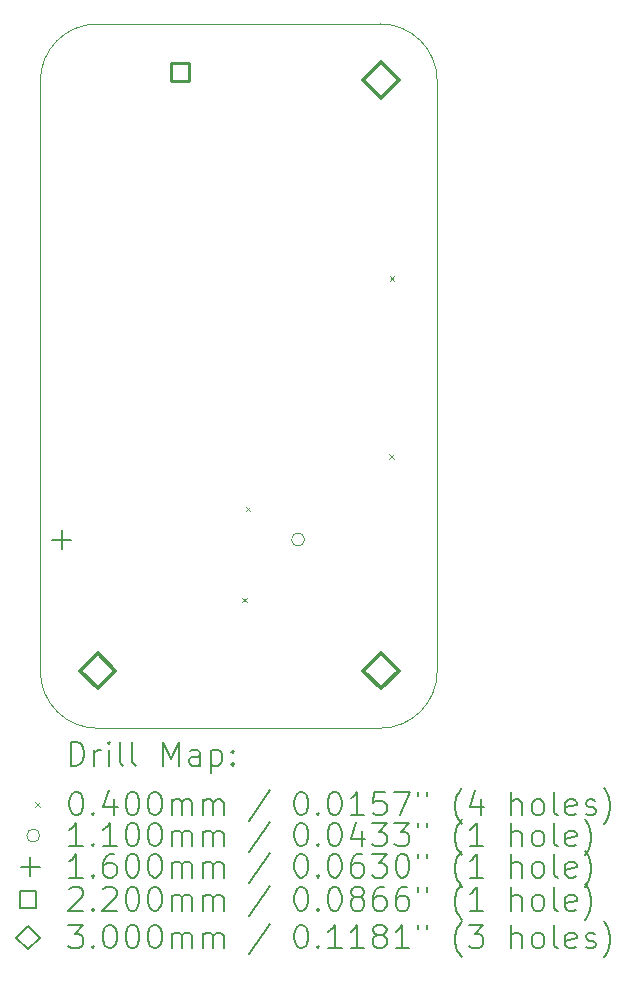
<source format=gbr>
%TF.GenerationSoftware,KiCad,Pcbnew,7.0.5-0*%
%TF.CreationDate,2023-07-31T21:43:23-04:00*%
%TF.ProjectId,carrier-arm14,63617272-6965-4722-9d61-726d31342e6b,rev?*%
%TF.SameCoordinates,Original*%
%TF.FileFunction,Drillmap*%
%TF.FilePolarity,Positive*%
%FSLAX45Y45*%
G04 Gerber Fmt 4.5, Leading zero omitted, Abs format (unit mm)*
G04 Created by KiCad (PCBNEW 7.0.5-0) date 2023-07-31 21:43:23*
%MOMM*%
%LPD*%
G01*
G04 APERTURE LIST*
%ADD10C,0.100000*%
%ADD11C,0.200000*%
%ADD12C,0.040000*%
%ADD13C,0.110000*%
%ADD14C,0.160000*%
%ADD15C,0.220000*%
%ADD16C,0.300000*%
G04 APERTURE END LIST*
D10*
X12742734Y-5299735D02*
X15137734Y-5299735D01*
X12260101Y-5782367D02*
X12260101Y-10780000D01*
X12742734Y-5299734D02*
G75*
G03*
X12260101Y-5782367I7J-482640D01*
G01*
X12260097Y-10780000D02*
G75*
G03*
X12742734Y-11262633I482633J0D01*
G01*
X15137734Y-11262636D02*
G75*
G03*
X15620366Y-10780000I-4J482636D01*
G01*
X15620366Y-10780000D02*
X15620366Y-5782367D01*
X12742734Y-11262633D02*
X15137734Y-11262633D01*
X15620365Y-5782367D02*
G75*
G03*
X15137734Y-5299735I-482635J-3D01*
G01*
D11*
D12*
X13970000Y-10157500D02*
X14010000Y-10197500D01*
X14010000Y-10157500D02*
X13970000Y-10197500D01*
X13997500Y-9387500D02*
X14037500Y-9427500D01*
X14037500Y-9387500D02*
X13997500Y-9427500D01*
X15215000Y-8940000D02*
X15255000Y-8980000D01*
X15255000Y-8940000D02*
X15215000Y-8980000D01*
X15217500Y-7437500D02*
X15257500Y-7477500D01*
X15257500Y-7437500D02*
X15217500Y-7477500D01*
D13*
X14497500Y-9665000D02*
G75*
G03*
X14497500Y-9665000I-55000J0D01*
G01*
D14*
X12442500Y-9585000D02*
X12442500Y-9745000D01*
X12362500Y-9665000D02*
X12522500Y-9665000D01*
D15*
X13522782Y-5785282D02*
X13522782Y-5629717D01*
X13367217Y-5629717D01*
X13367217Y-5785282D01*
X13522782Y-5785282D01*
D16*
X12745000Y-10925000D02*
X12895000Y-10775000D01*
X12745000Y-10625000D01*
X12595000Y-10775000D01*
X12745000Y-10925000D01*
X15145000Y-5925000D02*
X15295000Y-5775000D01*
X15145000Y-5625000D01*
X14995000Y-5775000D01*
X15145000Y-5925000D01*
X15145000Y-10925000D02*
X15295000Y-10775000D01*
X15145000Y-10625000D01*
X14995000Y-10775000D01*
X15145000Y-10925000D01*
D11*
X12515878Y-11579116D02*
X12515878Y-11379116D01*
X12515878Y-11379116D02*
X12563497Y-11379116D01*
X12563497Y-11379116D02*
X12592068Y-11388640D01*
X12592068Y-11388640D02*
X12611116Y-11407688D01*
X12611116Y-11407688D02*
X12620640Y-11426735D01*
X12620640Y-11426735D02*
X12630164Y-11464831D01*
X12630164Y-11464831D02*
X12630164Y-11493402D01*
X12630164Y-11493402D02*
X12620640Y-11531497D01*
X12620640Y-11531497D02*
X12611116Y-11550545D01*
X12611116Y-11550545D02*
X12592068Y-11569593D01*
X12592068Y-11569593D02*
X12563497Y-11579116D01*
X12563497Y-11579116D02*
X12515878Y-11579116D01*
X12715878Y-11579116D02*
X12715878Y-11445783D01*
X12715878Y-11483878D02*
X12725402Y-11464831D01*
X12725402Y-11464831D02*
X12734925Y-11455307D01*
X12734925Y-11455307D02*
X12753973Y-11445783D01*
X12753973Y-11445783D02*
X12773021Y-11445783D01*
X12839687Y-11579116D02*
X12839687Y-11445783D01*
X12839687Y-11379116D02*
X12830164Y-11388640D01*
X12830164Y-11388640D02*
X12839687Y-11398164D01*
X12839687Y-11398164D02*
X12849211Y-11388640D01*
X12849211Y-11388640D02*
X12839687Y-11379116D01*
X12839687Y-11379116D02*
X12839687Y-11398164D01*
X12963497Y-11579116D02*
X12944449Y-11569593D01*
X12944449Y-11569593D02*
X12934925Y-11550545D01*
X12934925Y-11550545D02*
X12934925Y-11379116D01*
X13068259Y-11579116D02*
X13049211Y-11569593D01*
X13049211Y-11569593D02*
X13039687Y-11550545D01*
X13039687Y-11550545D02*
X13039687Y-11379116D01*
X13296830Y-11579116D02*
X13296830Y-11379116D01*
X13296830Y-11379116D02*
X13363497Y-11521974D01*
X13363497Y-11521974D02*
X13430164Y-11379116D01*
X13430164Y-11379116D02*
X13430164Y-11579116D01*
X13611116Y-11579116D02*
X13611116Y-11474355D01*
X13611116Y-11474355D02*
X13601592Y-11455307D01*
X13601592Y-11455307D02*
X13582545Y-11445783D01*
X13582545Y-11445783D02*
X13544449Y-11445783D01*
X13544449Y-11445783D02*
X13525402Y-11455307D01*
X13611116Y-11569593D02*
X13592068Y-11579116D01*
X13592068Y-11579116D02*
X13544449Y-11579116D01*
X13544449Y-11579116D02*
X13525402Y-11569593D01*
X13525402Y-11569593D02*
X13515878Y-11550545D01*
X13515878Y-11550545D02*
X13515878Y-11531497D01*
X13515878Y-11531497D02*
X13525402Y-11512450D01*
X13525402Y-11512450D02*
X13544449Y-11502926D01*
X13544449Y-11502926D02*
X13592068Y-11502926D01*
X13592068Y-11502926D02*
X13611116Y-11493402D01*
X13706354Y-11445783D02*
X13706354Y-11645783D01*
X13706354Y-11455307D02*
X13725402Y-11445783D01*
X13725402Y-11445783D02*
X13763497Y-11445783D01*
X13763497Y-11445783D02*
X13782545Y-11455307D01*
X13782545Y-11455307D02*
X13792068Y-11464831D01*
X13792068Y-11464831D02*
X13801592Y-11483878D01*
X13801592Y-11483878D02*
X13801592Y-11541021D01*
X13801592Y-11541021D02*
X13792068Y-11560069D01*
X13792068Y-11560069D02*
X13782545Y-11569593D01*
X13782545Y-11569593D02*
X13763497Y-11579116D01*
X13763497Y-11579116D02*
X13725402Y-11579116D01*
X13725402Y-11579116D02*
X13706354Y-11569593D01*
X13887306Y-11560069D02*
X13896830Y-11569593D01*
X13896830Y-11569593D02*
X13887306Y-11579116D01*
X13887306Y-11579116D02*
X13877783Y-11569593D01*
X13877783Y-11569593D02*
X13887306Y-11560069D01*
X13887306Y-11560069D02*
X13887306Y-11579116D01*
X13887306Y-11455307D02*
X13896830Y-11464831D01*
X13896830Y-11464831D02*
X13887306Y-11474355D01*
X13887306Y-11474355D02*
X13877783Y-11464831D01*
X13877783Y-11464831D02*
X13887306Y-11455307D01*
X13887306Y-11455307D02*
X13887306Y-11474355D01*
D12*
X12215101Y-11887633D02*
X12255101Y-11927633D01*
X12255101Y-11887633D02*
X12215101Y-11927633D01*
D11*
X12553973Y-11799116D02*
X12573021Y-11799116D01*
X12573021Y-11799116D02*
X12592068Y-11808640D01*
X12592068Y-11808640D02*
X12601592Y-11818164D01*
X12601592Y-11818164D02*
X12611116Y-11837212D01*
X12611116Y-11837212D02*
X12620640Y-11875307D01*
X12620640Y-11875307D02*
X12620640Y-11922926D01*
X12620640Y-11922926D02*
X12611116Y-11961021D01*
X12611116Y-11961021D02*
X12601592Y-11980069D01*
X12601592Y-11980069D02*
X12592068Y-11989593D01*
X12592068Y-11989593D02*
X12573021Y-11999116D01*
X12573021Y-11999116D02*
X12553973Y-11999116D01*
X12553973Y-11999116D02*
X12534925Y-11989593D01*
X12534925Y-11989593D02*
X12525402Y-11980069D01*
X12525402Y-11980069D02*
X12515878Y-11961021D01*
X12515878Y-11961021D02*
X12506354Y-11922926D01*
X12506354Y-11922926D02*
X12506354Y-11875307D01*
X12506354Y-11875307D02*
X12515878Y-11837212D01*
X12515878Y-11837212D02*
X12525402Y-11818164D01*
X12525402Y-11818164D02*
X12534925Y-11808640D01*
X12534925Y-11808640D02*
X12553973Y-11799116D01*
X12706354Y-11980069D02*
X12715878Y-11989593D01*
X12715878Y-11989593D02*
X12706354Y-11999116D01*
X12706354Y-11999116D02*
X12696830Y-11989593D01*
X12696830Y-11989593D02*
X12706354Y-11980069D01*
X12706354Y-11980069D02*
X12706354Y-11999116D01*
X12887306Y-11865783D02*
X12887306Y-11999116D01*
X12839687Y-11789593D02*
X12792068Y-11932450D01*
X12792068Y-11932450D02*
X12915878Y-11932450D01*
X13030164Y-11799116D02*
X13049211Y-11799116D01*
X13049211Y-11799116D02*
X13068259Y-11808640D01*
X13068259Y-11808640D02*
X13077783Y-11818164D01*
X13077783Y-11818164D02*
X13087306Y-11837212D01*
X13087306Y-11837212D02*
X13096830Y-11875307D01*
X13096830Y-11875307D02*
X13096830Y-11922926D01*
X13096830Y-11922926D02*
X13087306Y-11961021D01*
X13087306Y-11961021D02*
X13077783Y-11980069D01*
X13077783Y-11980069D02*
X13068259Y-11989593D01*
X13068259Y-11989593D02*
X13049211Y-11999116D01*
X13049211Y-11999116D02*
X13030164Y-11999116D01*
X13030164Y-11999116D02*
X13011116Y-11989593D01*
X13011116Y-11989593D02*
X13001592Y-11980069D01*
X13001592Y-11980069D02*
X12992068Y-11961021D01*
X12992068Y-11961021D02*
X12982545Y-11922926D01*
X12982545Y-11922926D02*
X12982545Y-11875307D01*
X12982545Y-11875307D02*
X12992068Y-11837212D01*
X12992068Y-11837212D02*
X13001592Y-11818164D01*
X13001592Y-11818164D02*
X13011116Y-11808640D01*
X13011116Y-11808640D02*
X13030164Y-11799116D01*
X13220640Y-11799116D02*
X13239687Y-11799116D01*
X13239687Y-11799116D02*
X13258735Y-11808640D01*
X13258735Y-11808640D02*
X13268259Y-11818164D01*
X13268259Y-11818164D02*
X13277783Y-11837212D01*
X13277783Y-11837212D02*
X13287306Y-11875307D01*
X13287306Y-11875307D02*
X13287306Y-11922926D01*
X13287306Y-11922926D02*
X13277783Y-11961021D01*
X13277783Y-11961021D02*
X13268259Y-11980069D01*
X13268259Y-11980069D02*
X13258735Y-11989593D01*
X13258735Y-11989593D02*
X13239687Y-11999116D01*
X13239687Y-11999116D02*
X13220640Y-11999116D01*
X13220640Y-11999116D02*
X13201592Y-11989593D01*
X13201592Y-11989593D02*
X13192068Y-11980069D01*
X13192068Y-11980069D02*
X13182545Y-11961021D01*
X13182545Y-11961021D02*
X13173021Y-11922926D01*
X13173021Y-11922926D02*
X13173021Y-11875307D01*
X13173021Y-11875307D02*
X13182545Y-11837212D01*
X13182545Y-11837212D02*
X13192068Y-11818164D01*
X13192068Y-11818164D02*
X13201592Y-11808640D01*
X13201592Y-11808640D02*
X13220640Y-11799116D01*
X13373021Y-11999116D02*
X13373021Y-11865783D01*
X13373021Y-11884831D02*
X13382545Y-11875307D01*
X13382545Y-11875307D02*
X13401592Y-11865783D01*
X13401592Y-11865783D02*
X13430164Y-11865783D01*
X13430164Y-11865783D02*
X13449211Y-11875307D01*
X13449211Y-11875307D02*
X13458735Y-11894355D01*
X13458735Y-11894355D02*
X13458735Y-11999116D01*
X13458735Y-11894355D02*
X13468259Y-11875307D01*
X13468259Y-11875307D02*
X13487306Y-11865783D01*
X13487306Y-11865783D02*
X13515878Y-11865783D01*
X13515878Y-11865783D02*
X13534926Y-11875307D01*
X13534926Y-11875307D02*
X13544449Y-11894355D01*
X13544449Y-11894355D02*
X13544449Y-11999116D01*
X13639687Y-11999116D02*
X13639687Y-11865783D01*
X13639687Y-11884831D02*
X13649211Y-11875307D01*
X13649211Y-11875307D02*
X13668259Y-11865783D01*
X13668259Y-11865783D02*
X13696830Y-11865783D01*
X13696830Y-11865783D02*
X13715878Y-11875307D01*
X13715878Y-11875307D02*
X13725402Y-11894355D01*
X13725402Y-11894355D02*
X13725402Y-11999116D01*
X13725402Y-11894355D02*
X13734926Y-11875307D01*
X13734926Y-11875307D02*
X13753973Y-11865783D01*
X13753973Y-11865783D02*
X13782545Y-11865783D01*
X13782545Y-11865783D02*
X13801592Y-11875307D01*
X13801592Y-11875307D02*
X13811116Y-11894355D01*
X13811116Y-11894355D02*
X13811116Y-11999116D01*
X14201592Y-11789593D02*
X14030164Y-12046735D01*
X14458735Y-11799116D02*
X14477783Y-11799116D01*
X14477783Y-11799116D02*
X14496830Y-11808640D01*
X14496830Y-11808640D02*
X14506354Y-11818164D01*
X14506354Y-11818164D02*
X14515878Y-11837212D01*
X14515878Y-11837212D02*
X14525402Y-11875307D01*
X14525402Y-11875307D02*
X14525402Y-11922926D01*
X14525402Y-11922926D02*
X14515878Y-11961021D01*
X14515878Y-11961021D02*
X14506354Y-11980069D01*
X14506354Y-11980069D02*
X14496830Y-11989593D01*
X14496830Y-11989593D02*
X14477783Y-11999116D01*
X14477783Y-11999116D02*
X14458735Y-11999116D01*
X14458735Y-11999116D02*
X14439688Y-11989593D01*
X14439688Y-11989593D02*
X14430164Y-11980069D01*
X14430164Y-11980069D02*
X14420640Y-11961021D01*
X14420640Y-11961021D02*
X14411116Y-11922926D01*
X14411116Y-11922926D02*
X14411116Y-11875307D01*
X14411116Y-11875307D02*
X14420640Y-11837212D01*
X14420640Y-11837212D02*
X14430164Y-11818164D01*
X14430164Y-11818164D02*
X14439688Y-11808640D01*
X14439688Y-11808640D02*
X14458735Y-11799116D01*
X14611116Y-11980069D02*
X14620640Y-11989593D01*
X14620640Y-11989593D02*
X14611116Y-11999116D01*
X14611116Y-11999116D02*
X14601592Y-11989593D01*
X14601592Y-11989593D02*
X14611116Y-11980069D01*
X14611116Y-11980069D02*
X14611116Y-11999116D01*
X14744449Y-11799116D02*
X14763497Y-11799116D01*
X14763497Y-11799116D02*
X14782545Y-11808640D01*
X14782545Y-11808640D02*
X14792069Y-11818164D01*
X14792069Y-11818164D02*
X14801592Y-11837212D01*
X14801592Y-11837212D02*
X14811116Y-11875307D01*
X14811116Y-11875307D02*
X14811116Y-11922926D01*
X14811116Y-11922926D02*
X14801592Y-11961021D01*
X14801592Y-11961021D02*
X14792069Y-11980069D01*
X14792069Y-11980069D02*
X14782545Y-11989593D01*
X14782545Y-11989593D02*
X14763497Y-11999116D01*
X14763497Y-11999116D02*
X14744449Y-11999116D01*
X14744449Y-11999116D02*
X14725402Y-11989593D01*
X14725402Y-11989593D02*
X14715878Y-11980069D01*
X14715878Y-11980069D02*
X14706354Y-11961021D01*
X14706354Y-11961021D02*
X14696830Y-11922926D01*
X14696830Y-11922926D02*
X14696830Y-11875307D01*
X14696830Y-11875307D02*
X14706354Y-11837212D01*
X14706354Y-11837212D02*
X14715878Y-11818164D01*
X14715878Y-11818164D02*
X14725402Y-11808640D01*
X14725402Y-11808640D02*
X14744449Y-11799116D01*
X15001592Y-11999116D02*
X14887307Y-11999116D01*
X14944449Y-11999116D02*
X14944449Y-11799116D01*
X14944449Y-11799116D02*
X14925402Y-11827688D01*
X14925402Y-11827688D02*
X14906354Y-11846735D01*
X14906354Y-11846735D02*
X14887307Y-11856259D01*
X15182545Y-11799116D02*
X15087307Y-11799116D01*
X15087307Y-11799116D02*
X15077783Y-11894355D01*
X15077783Y-11894355D02*
X15087307Y-11884831D01*
X15087307Y-11884831D02*
X15106354Y-11875307D01*
X15106354Y-11875307D02*
X15153973Y-11875307D01*
X15153973Y-11875307D02*
X15173021Y-11884831D01*
X15173021Y-11884831D02*
X15182545Y-11894355D01*
X15182545Y-11894355D02*
X15192069Y-11913402D01*
X15192069Y-11913402D02*
X15192069Y-11961021D01*
X15192069Y-11961021D02*
X15182545Y-11980069D01*
X15182545Y-11980069D02*
X15173021Y-11989593D01*
X15173021Y-11989593D02*
X15153973Y-11999116D01*
X15153973Y-11999116D02*
X15106354Y-11999116D01*
X15106354Y-11999116D02*
X15087307Y-11989593D01*
X15087307Y-11989593D02*
X15077783Y-11980069D01*
X15258735Y-11799116D02*
X15392069Y-11799116D01*
X15392069Y-11799116D02*
X15306354Y-11999116D01*
X15458735Y-11799116D02*
X15458735Y-11837212D01*
X15534926Y-11799116D02*
X15534926Y-11837212D01*
X15830164Y-12075307D02*
X15820640Y-12065783D01*
X15820640Y-12065783D02*
X15801592Y-12037212D01*
X15801592Y-12037212D02*
X15792069Y-12018164D01*
X15792069Y-12018164D02*
X15782545Y-11989593D01*
X15782545Y-11989593D02*
X15773021Y-11941974D01*
X15773021Y-11941974D02*
X15773021Y-11903878D01*
X15773021Y-11903878D02*
X15782545Y-11856259D01*
X15782545Y-11856259D02*
X15792069Y-11827688D01*
X15792069Y-11827688D02*
X15801592Y-11808640D01*
X15801592Y-11808640D02*
X15820640Y-11780069D01*
X15820640Y-11780069D02*
X15830164Y-11770545D01*
X15992069Y-11865783D02*
X15992069Y-11999116D01*
X15944450Y-11789593D02*
X15896831Y-11932450D01*
X15896831Y-11932450D02*
X16020640Y-11932450D01*
X16249212Y-11999116D02*
X16249212Y-11799116D01*
X16334926Y-11999116D02*
X16334926Y-11894355D01*
X16334926Y-11894355D02*
X16325402Y-11875307D01*
X16325402Y-11875307D02*
X16306354Y-11865783D01*
X16306354Y-11865783D02*
X16277783Y-11865783D01*
X16277783Y-11865783D02*
X16258735Y-11875307D01*
X16258735Y-11875307D02*
X16249212Y-11884831D01*
X16458735Y-11999116D02*
X16439688Y-11989593D01*
X16439688Y-11989593D02*
X16430164Y-11980069D01*
X16430164Y-11980069D02*
X16420640Y-11961021D01*
X16420640Y-11961021D02*
X16420640Y-11903878D01*
X16420640Y-11903878D02*
X16430164Y-11884831D01*
X16430164Y-11884831D02*
X16439688Y-11875307D01*
X16439688Y-11875307D02*
X16458735Y-11865783D01*
X16458735Y-11865783D02*
X16487307Y-11865783D01*
X16487307Y-11865783D02*
X16506354Y-11875307D01*
X16506354Y-11875307D02*
X16515878Y-11884831D01*
X16515878Y-11884831D02*
X16525402Y-11903878D01*
X16525402Y-11903878D02*
X16525402Y-11961021D01*
X16525402Y-11961021D02*
X16515878Y-11980069D01*
X16515878Y-11980069D02*
X16506354Y-11989593D01*
X16506354Y-11989593D02*
X16487307Y-11999116D01*
X16487307Y-11999116D02*
X16458735Y-11999116D01*
X16639688Y-11999116D02*
X16620640Y-11989593D01*
X16620640Y-11989593D02*
X16611116Y-11970545D01*
X16611116Y-11970545D02*
X16611116Y-11799116D01*
X16792069Y-11989593D02*
X16773021Y-11999116D01*
X16773021Y-11999116D02*
X16734926Y-11999116D01*
X16734926Y-11999116D02*
X16715878Y-11989593D01*
X16715878Y-11989593D02*
X16706354Y-11970545D01*
X16706354Y-11970545D02*
X16706354Y-11894355D01*
X16706354Y-11894355D02*
X16715878Y-11875307D01*
X16715878Y-11875307D02*
X16734926Y-11865783D01*
X16734926Y-11865783D02*
X16773021Y-11865783D01*
X16773021Y-11865783D02*
X16792069Y-11875307D01*
X16792069Y-11875307D02*
X16801593Y-11894355D01*
X16801593Y-11894355D02*
X16801593Y-11913402D01*
X16801593Y-11913402D02*
X16706354Y-11932450D01*
X16877783Y-11989593D02*
X16896831Y-11999116D01*
X16896831Y-11999116D02*
X16934926Y-11999116D01*
X16934926Y-11999116D02*
X16953974Y-11989593D01*
X16953974Y-11989593D02*
X16963497Y-11970545D01*
X16963497Y-11970545D02*
X16963497Y-11961021D01*
X16963497Y-11961021D02*
X16953974Y-11941974D01*
X16953974Y-11941974D02*
X16934926Y-11932450D01*
X16934926Y-11932450D02*
X16906355Y-11932450D01*
X16906355Y-11932450D02*
X16887307Y-11922926D01*
X16887307Y-11922926D02*
X16877783Y-11903878D01*
X16877783Y-11903878D02*
X16877783Y-11894355D01*
X16877783Y-11894355D02*
X16887307Y-11875307D01*
X16887307Y-11875307D02*
X16906355Y-11865783D01*
X16906355Y-11865783D02*
X16934926Y-11865783D01*
X16934926Y-11865783D02*
X16953974Y-11875307D01*
X17030164Y-12075307D02*
X17039688Y-12065783D01*
X17039688Y-12065783D02*
X17058736Y-12037212D01*
X17058736Y-12037212D02*
X17068259Y-12018164D01*
X17068259Y-12018164D02*
X17077783Y-11989593D01*
X17077783Y-11989593D02*
X17087307Y-11941974D01*
X17087307Y-11941974D02*
X17087307Y-11903878D01*
X17087307Y-11903878D02*
X17077783Y-11856259D01*
X17077783Y-11856259D02*
X17068259Y-11827688D01*
X17068259Y-11827688D02*
X17058736Y-11808640D01*
X17058736Y-11808640D02*
X17039688Y-11780069D01*
X17039688Y-11780069D02*
X17030164Y-11770545D01*
D13*
X12255101Y-12171633D02*
G75*
G03*
X12255101Y-12171633I-55000J0D01*
G01*
D11*
X12620640Y-12263116D02*
X12506354Y-12263116D01*
X12563497Y-12263116D02*
X12563497Y-12063116D01*
X12563497Y-12063116D02*
X12544449Y-12091688D01*
X12544449Y-12091688D02*
X12525402Y-12110735D01*
X12525402Y-12110735D02*
X12506354Y-12120259D01*
X12706354Y-12244069D02*
X12715878Y-12253593D01*
X12715878Y-12253593D02*
X12706354Y-12263116D01*
X12706354Y-12263116D02*
X12696830Y-12253593D01*
X12696830Y-12253593D02*
X12706354Y-12244069D01*
X12706354Y-12244069D02*
X12706354Y-12263116D01*
X12906354Y-12263116D02*
X12792068Y-12263116D01*
X12849211Y-12263116D02*
X12849211Y-12063116D01*
X12849211Y-12063116D02*
X12830164Y-12091688D01*
X12830164Y-12091688D02*
X12811116Y-12110735D01*
X12811116Y-12110735D02*
X12792068Y-12120259D01*
X13030164Y-12063116D02*
X13049211Y-12063116D01*
X13049211Y-12063116D02*
X13068259Y-12072640D01*
X13068259Y-12072640D02*
X13077783Y-12082164D01*
X13077783Y-12082164D02*
X13087306Y-12101212D01*
X13087306Y-12101212D02*
X13096830Y-12139307D01*
X13096830Y-12139307D02*
X13096830Y-12186926D01*
X13096830Y-12186926D02*
X13087306Y-12225021D01*
X13087306Y-12225021D02*
X13077783Y-12244069D01*
X13077783Y-12244069D02*
X13068259Y-12253593D01*
X13068259Y-12253593D02*
X13049211Y-12263116D01*
X13049211Y-12263116D02*
X13030164Y-12263116D01*
X13030164Y-12263116D02*
X13011116Y-12253593D01*
X13011116Y-12253593D02*
X13001592Y-12244069D01*
X13001592Y-12244069D02*
X12992068Y-12225021D01*
X12992068Y-12225021D02*
X12982545Y-12186926D01*
X12982545Y-12186926D02*
X12982545Y-12139307D01*
X12982545Y-12139307D02*
X12992068Y-12101212D01*
X12992068Y-12101212D02*
X13001592Y-12082164D01*
X13001592Y-12082164D02*
X13011116Y-12072640D01*
X13011116Y-12072640D02*
X13030164Y-12063116D01*
X13220640Y-12063116D02*
X13239687Y-12063116D01*
X13239687Y-12063116D02*
X13258735Y-12072640D01*
X13258735Y-12072640D02*
X13268259Y-12082164D01*
X13268259Y-12082164D02*
X13277783Y-12101212D01*
X13277783Y-12101212D02*
X13287306Y-12139307D01*
X13287306Y-12139307D02*
X13287306Y-12186926D01*
X13287306Y-12186926D02*
X13277783Y-12225021D01*
X13277783Y-12225021D02*
X13268259Y-12244069D01*
X13268259Y-12244069D02*
X13258735Y-12253593D01*
X13258735Y-12253593D02*
X13239687Y-12263116D01*
X13239687Y-12263116D02*
X13220640Y-12263116D01*
X13220640Y-12263116D02*
X13201592Y-12253593D01*
X13201592Y-12253593D02*
X13192068Y-12244069D01*
X13192068Y-12244069D02*
X13182545Y-12225021D01*
X13182545Y-12225021D02*
X13173021Y-12186926D01*
X13173021Y-12186926D02*
X13173021Y-12139307D01*
X13173021Y-12139307D02*
X13182545Y-12101212D01*
X13182545Y-12101212D02*
X13192068Y-12082164D01*
X13192068Y-12082164D02*
X13201592Y-12072640D01*
X13201592Y-12072640D02*
X13220640Y-12063116D01*
X13373021Y-12263116D02*
X13373021Y-12129783D01*
X13373021Y-12148831D02*
X13382545Y-12139307D01*
X13382545Y-12139307D02*
X13401592Y-12129783D01*
X13401592Y-12129783D02*
X13430164Y-12129783D01*
X13430164Y-12129783D02*
X13449211Y-12139307D01*
X13449211Y-12139307D02*
X13458735Y-12158355D01*
X13458735Y-12158355D02*
X13458735Y-12263116D01*
X13458735Y-12158355D02*
X13468259Y-12139307D01*
X13468259Y-12139307D02*
X13487306Y-12129783D01*
X13487306Y-12129783D02*
X13515878Y-12129783D01*
X13515878Y-12129783D02*
X13534926Y-12139307D01*
X13534926Y-12139307D02*
X13544449Y-12158355D01*
X13544449Y-12158355D02*
X13544449Y-12263116D01*
X13639687Y-12263116D02*
X13639687Y-12129783D01*
X13639687Y-12148831D02*
X13649211Y-12139307D01*
X13649211Y-12139307D02*
X13668259Y-12129783D01*
X13668259Y-12129783D02*
X13696830Y-12129783D01*
X13696830Y-12129783D02*
X13715878Y-12139307D01*
X13715878Y-12139307D02*
X13725402Y-12158355D01*
X13725402Y-12158355D02*
X13725402Y-12263116D01*
X13725402Y-12158355D02*
X13734926Y-12139307D01*
X13734926Y-12139307D02*
X13753973Y-12129783D01*
X13753973Y-12129783D02*
X13782545Y-12129783D01*
X13782545Y-12129783D02*
X13801592Y-12139307D01*
X13801592Y-12139307D02*
X13811116Y-12158355D01*
X13811116Y-12158355D02*
X13811116Y-12263116D01*
X14201592Y-12053593D02*
X14030164Y-12310735D01*
X14458735Y-12063116D02*
X14477783Y-12063116D01*
X14477783Y-12063116D02*
X14496830Y-12072640D01*
X14496830Y-12072640D02*
X14506354Y-12082164D01*
X14506354Y-12082164D02*
X14515878Y-12101212D01*
X14515878Y-12101212D02*
X14525402Y-12139307D01*
X14525402Y-12139307D02*
X14525402Y-12186926D01*
X14525402Y-12186926D02*
X14515878Y-12225021D01*
X14515878Y-12225021D02*
X14506354Y-12244069D01*
X14506354Y-12244069D02*
X14496830Y-12253593D01*
X14496830Y-12253593D02*
X14477783Y-12263116D01*
X14477783Y-12263116D02*
X14458735Y-12263116D01*
X14458735Y-12263116D02*
X14439688Y-12253593D01*
X14439688Y-12253593D02*
X14430164Y-12244069D01*
X14430164Y-12244069D02*
X14420640Y-12225021D01*
X14420640Y-12225021D02*
X14411116Y-12186926D01*
X14411116Y-12186926D02*
X14411116Y-12139307D01*
X14411116Y-12139307D02*
X14420640Y-12101212D01*
X14420640Y-12101212D02*
X14430164Y-12082164D01*
X14430164Y-12082164D02*
X14439688Y-12072640D01*
X14439688Y-12072640D02*
X14458735Y-12063116D01*
X14611116Y-12244069D02*
X14620640Y-12253593D01*
X14620640Y-12253593D02*
X14611116Y-12263116D01*
X14611116Y-12263116D02*
X14601592Y-12253593D01*
X14601592Y-12253593D02*
X14611116Y-12244069D01*
X14611116Y-12244069D02*
X14611116Y-12263116D01*
X14744449Y-12063116D02*
X14763497Y-12063116D01*
X14763497Y-12063116D02*
X14782545Y-12072640D01*
X14782545Y-12072640D02*
X14792069Y-12082164D01*
X14792069Y-12082164D02*
X14801592Y-12101212D01*
X14801592Y-12101212D02*
X14811116Y-12139307D01*
X14811116Y-12139307D02*
X14811116Y-12186926D01*
X14811116Y-12186926D02*
X14801592Y-12225021D01*
X14801592Y-12225021D02*
X14792069Y-12244069D01*
X14792069Y-12244069D02*
X14782545Y-12253593D01*
X14782545Y-12253593D02*
X14763497Y-12263116D01*
X14763497Y-12263116D02*
X14744449Y-12263116D01*
X14744449Y-12263116D02*
X14725402Y-12253593D01*
X14725402Y-12253593D02*
X14715878Y-12244069D01*
X14715878Y-12244069D02*
X14706354Y-12225021D01*
X14706354Y-12225021D02*
X14696830Y-12186926D01*
X14696830Y-12186926D02*
X14696830Y-12139307D01*
X14696830Y-12139307D02*
X14706354Y-12101212D01*
X14706354Y-12101212D02*
X14715878Y-12082164D01*
X14715878Y-12082164D02*
X14725402Y-12072640D01*
X14725402Y-12072640D02*
X14744449Y-12063116D01*
X14982545Y-12129783D02*
X14982545Y-12263116D01*
X14934926Y-12053593D02*
X14887307Y-12196450D01*
X14887307Y-12196450D02*
X15011116Y-12196450D01*
X15068259Y-12063116D02*
X15192069Y-12063116D01*
X15192069Y-12063116D02*
X15125402Y-12139307D01*
X15125402Y-12139307D02*
X15153973Y-12139307D01*
X15153973Y-12139307D02*
X15173021Y-12148831D01*
X15173021Y-12148831D02*
X15182545Y-12158355D01*
X15182545Y-12158355D02*
X15192069Y-12177402D01*
X15192069Y-12177402D02*
X15192069Y-12225021D01*
X15192069Y-12225021D02*
X15182545Y-12244069D01*
X15182545Y-12244069D02*
X15173021Y-12253593D01*
X15173021Y-12253593D02*
X15153973Y-12263116D01*
X15153973Y-12263116D02*
X15096830Y-12263116D01*
X15096830Y-12263116D02*
X15077783Y-12253593D01*
X15077783Y-12253593D02*
X15068259Y-12244069D01*
X15258735Y-12063116D02*
X15382545Y-12063116D01*
X15382545Y-12063116D02*
X15315878Y-12139307D01*
X15315878Y-12139307D02*
X15344450Y-12139307D01*
X15344450Y-12139307D02*
X15363497Y-12148831D01*
X15363497Y-12148831D02*
X15373021Y-12158355D01*
X15373021Y-12158355D02*
X15382545Y-12177402D01*
X15382545Y-12177402D02*
X15382545Y-12225021D01*
X15382545Y-12225021D02*
X15373021Y-12244069D01*
X15373021Y-12244069D02*
X15363497Y-12253593D01*
X15363497Y-12253593D02*
X15344450Y-12263116D01*
X15344450Y-12263116D02*
X15287307Y-12263116D01*
X15287307Y-12263116D02*
X15268259Y-12253593D01*
X15268259Y-12253593D02*
X15258735Y-12244069D01*
X15458735Y-12063116D02*
X15458735Y-12101212D01*
X15534926Y-12063116D02*
X15534926Y-12101212D01*
X15830164Y-12339307D02*
X15820640Y-12329783D01*
X15820640Y-12329783D02*
X15801592Y-12301212D01*
X15801592Y-12301212D02*
X15792069Y-12282164D01*
X15792069Y-12282164D02*
X15782545Y-12253593D01*
X15782545Y-12253593D02*
X15773021Y-12205974D01*
X15773021Y-12205974D02*
X15773021Y-12167878D01*
X15773021Y-12167878D02*
X15782545Y-12120259D01*
X15782545Y-12120259D02*
X15792069Y-12091688D01*
X15792069Y-12091688D02*
X15801592Y-12072640D01*
X15801592Y-12072640D02*
X15820640Y-12044069D01*
X15820640Y-12044069D02*
X15830164Y-12034545D01*
X16011116Y-12263116D02*
X15896831Y-12263116D01*
X15953973Y-12263116D02*
X15953973Y-12063116D01*
X15953973Y-12063116D02*
X15934926Y-12091688D01*
X15934926Y-12091688D02*
X15915878Y-12110735D01*
X15915878Y-12110735D02*
X15896831Y-12120259D01*
X16249212Y-12263116D02*
X16249212Y-12063116D01*
X16334926Y-12263116D02*
X16334926Y-12158355D01*
X16334926Y-12158355D02*
X16325402Y-12139307D01*
X16325402Y-12139307D02*
X16306354Y-12129783D01*
X16306354Y-12129783D02*
X16277783Y-12129783D01*
X16277783Y-12129783D02*
X16258735Y-12139307D01*
X16258735Y-12139307D02*
X16249212Y-12148831D01*
X16458735Y-12263116D02*
X16439688Y-12253593D01*
X16439688Y-12253593D02*
X16430164Y-12244069D01*
X16430164Y-12244069D02*
X16420640Y-12225021D01*
X16420640Y-12225021D02*
X16420640Y-12167878D01*
X16420640Y-12167878D02*
X16430164Y-12148831D01*
X16430164Y-12148831D02*
X16439688Y-12139307D01*
X16439688Y-12139307D02*
X16458735Y-12129783D01*
X16458735Y-12129783D02*
X16487307Y-12129783D01*
X16487307Y-12129783D02*
X16506354Y-12139307D01*
X16506354Y-12139307D02*
X16515878Y-12148831D01*
X16515878Y-12148831D02*
X16525402Y-12167878D01*
X16525402Y-12167878D02*
X16525402Y-12225021D01*
X16525402Y-12225021D02*
X16515878Y-12244069D01*
X16515878Y-12244069D02*
X16506354Y-12253593D01*
X16506354Y-12253593D02*
X16487307Y-12263116D01*
X16487307Y-12263116D02*
X16458735Y-12263116D01*
X16639688Y-12263116D02*
X16620640Y-12253593D01*
X16620640Y-12253593D02*
X16611116Y-12234545D01*
X16611116Y-12234545D02*
X16611116Y-12063116D01*
X16792069Y-12253593D02*
X16773021Y-12263116D01*
X16773021Y-12263116D02*
X16734926Y-12263116D01*
X16734926Y-12263116D02*
X16715878Y-12253593D01*
X16715878Y-12253593D02*
X16706354Y-12234545D01*
X16706354Y-12234545D02*
X16706354Y-12158355D01*
X16706354Y-12158355D02*
X16715878Y-12139307D01*
X16715878Y-12139307D02*
X16734926Y-12129783D01*
X16734926Y-12129783D02*
X16773021Y-12129783D01*
X16773021Y-12129783D02*
X16792069Y-12139307D01*
X16792069Y-12139307D02*
X16801593Y-12158355D01*
X16801593Y-12158355D02*
X16801593Y-12177402D01*
X16801593Y-12177402D02*
X16706354Y-12196450D01*
X16868259Y-12339307D02*
X16877783Y-12329783D01*
X16877783Y-12329783D02*
X16896831Y-12301212D01*
X16896831Y-12301212D02*
X16906355Y-12282164D01*
X16906355Y-12282164D02*
X16915878Y-12253593D01*
X16915878Y-12253593D02*
X16925402Y-12205974D01*
X16925402Y-12205974D02*
X16925402Y-12167878D01*
X16925402Y-12167878D02*
X16915878Y-12120259D01*
X16915878Y-12120259D02*
X16906355Y-12091688D01*
X16906355Y-12091688D02*
X16896831Y-12072640D01*
X16896831Y-12072640D02*
X16877783Y-12044069D01*
X16877783Y-12044069D02*
X16868259Y-12034545D01*
D14*
X12175101Y-12355633D02*
X12175101Y-12515633D01*
X12095101Y-12435633D02*
X12255101Y-12435633D01*
D11*
X12620640Y-12527116D02*
X12506354Y-12527116D01*
X12563497Y-12527116D02*
X12563497Y-12327116D01*
X12563497Y-12327116D02*
X12544449Y-12355688D01*
X12544449Y-12355688D02*
X12525402Y-12374735D01*
X12525402Y-12374735D02*
X12506354Y-12384259D01*
X12706354Y-12508069D02*
X12715878Y-12517593D01*
X12715878Y-12517593D02*
X12706354Y-12527116D01*
X12706354Y-12527116D02*
X12696830Y-12517593D01*
X12696830Y-12517593D02*
X12706354Y-12508069D01*
X12706354Y-12508069D02*
X12706354Y-12527116D01*
X12887306Y-12327116D02*
X12849211Y-12327116D01*
X12849211Y-12327116D02*
X12830164Y-12336640D01*
X12830164Y-12336640D02*
X12820640Y-12346164D01*
X12820640Y-12346164D02*
X12801592Y-12374735D01*
X12801592Y-12374735D02*
X12792068Y-12412831D01*
X12792068Y-12412831D02*
X12792068Y-12489021D01*
X12792068Y-12489021D02*
X12801592Y-12508069D01*
X12801592Y-12508069D02*
X12811116Y-12517593D01*
X12811116Y-12517593D02*
X12830164Y-12527116D01*
X12830164Y-12527116D02*
X12868259Y-12527116D01*
X12868259Y-12527116D02*
X12887306Y-12517593D01*
X12887306Y-12517593D02*
X12896830Y-12508069D01*
X12896830Y-12508069D02*
X12906354Y-12489021D01*
X12906354Y-12489021D02*
X12906354Y-12441402D01*
X12906354Y-12441402D02*
X12896830Y-12422355D01*
X12896830Y-12422355D02*
X12887306Y-12412831D01*
X12887306Y-12412831D02*
X12868259Y-12403307D01*
X12868259Y-12403307D02*
X12830164Y-12403307D01*
X12830164Y-12403307D02*
X12811116Y-12412831D01*
X12811116Y-12412831D02*
X12801592Y-12422355D01*
X12801592Y-12422355D02*
X12792068Y-12441402D01*
X13030164Y-12327116D02*
X13049211Y-12327116D01*
X13049211Y-12327116D02*
X13068259Y-12336640D01*
X13068259Y-12336640D02*
X13077783Y-12346164D01*
X13077783Y-12346164D02*
X13087306Y-12365212D01*
X13087306Y-12365212D02*
X13096830Y-12403307D01*
X13096830Y-12403307D02*
X13096830Y-12450926D01*
X13096830Y-12450926D02*
X13087306Y-12489021D01*
X13087306Y-12489021D02*
X13077783Y-12508069D01*
X13077783Y-12508069D02*
X13068259Y-12517593D01*
X13068259Y-12517593D02*
X13049211Y-12527116D01*
X13049211Y-12527116D02*
X13030164Y-12527116D01*
X13030164Y-12527116D02*
X13011116Y-12517593D01*
X13011116Y-12517593D02*
X13001592Y-12508069D01*
X13001592Y-12508069D02*
X12992068Y-12489021D01*
X12992068Y-12489021D02*
X12982545Y-12450926D01*
X12982545Y-12450926D02*
X12982545Y-12403307D01*
X12982545Y-12403307D02*
X12992068Y-12365212D01*
X12992068Y-12365212D02*
X13001592Y-12346164D01*
X13001592Y-12346164D02*
X13011116Y-12336640D01*
X13011116Y-12336640D02*
X13030164Y-12327116D01*
X13220640Y-12327116D02*
X13239687Y-12327116D01*
X13239687Y-12327116D02*
X13258735Y-12336640D01*
X13258735Y-12336640D02*
X13268259Y-12346164D01*
X13268259Y-12346164D02*
X13277783Y-12365212D01*
X13277783Y-12365212D02*
X13287306Y-12403307D01*
X13287306Y-12403307D02*
X13287306Y-12450926D01*
X13287306Y-12450926D02*
X13277783Y-12489021D01*
X13277783Y-12489021D02*
X13268259Y-12508069D01*
X13268259Y-12508069D02*
X13258735Y-12517593D01*
X13258735Y-12517593D02*
X13239687Y-12527116D01*
X13239687Y-12527116D02*
X13220640Y-12527116D01*
X13220640Y-12527116D02*
X13201592Y-12517593D01*
X13201592Y-12517593D02*
X13192068Y-12508069D01*
X13192068Y-12508069D02*
X13182545Y-12489021D01*
X13182545Y-12489021D02*
X13173021Y-12450926D01*
X13173021Y-12450926D02*
X13173021Y-12403307D01*
X13173021Y-12403307D02*
X13182545Y-12365212D01*
X13182545Y-12365212D02*
X13192068Y-12346164D01*
X13192068Y-12346164D02*
X13201592Y-12336640D01*
X13201592Y-12336640D02*
X13220640Y-12327116D01*
X13373021Y-12527116D02*
X13373021Y-12393783D01*
X13373021Y-12412831D02*
X13382545Y-12403307D01*
X13382545Y-12403307D02*
X13401592Y-12393783D01*
X13401592Y-12393783D02*
X13430164Y-12393783D01*
X13430164Y-12393783D02*
X13449211Y-12403307D01*
X13449211Y-12403307D02*
X13458735Y-12422355D01*
X13458735Y-12422355D02*
X13458735Y-12527116D01*
X13458735Y-12422355D02*
X13468259Y-12403307D01*
X13468259Y-12403307D02*
X13487306Y-12393783D01*
X13487306Y-12393783D02*
X13515878Y-12393783D01*
X13515878Y-12393783D02*
X13534926Y-12403307D01*
X13534926Y-12403307D02*
X13544449Y-12422355D01*
X13544449Y-12422355D02*
X13544449Y-12527116D01*
X13639687Y-12527116D02*
X13639687Y-12393783D01*
X13639687Y-12412831D02*
X13649211Y-12403307D01*
X13649211Y-12403307D02*
X13668259Y-12393783D01*
X13668259Y-12393783D02*
X13696830Y-12393783D01*
X13696830Y-12393783D02*
X13715878Y-12403307D01*
X13715878Y-12403307D02*
X13725402Y-12422355D01*
X13725402Y-12422355D02*
X13725402Y-12527116D01*
X13725402Y-12422355D02*
X13734926Y-12403307D01*
X13734926Y-12403307D02*
X13753973Y-12393783D01*
X13753973Y-12393783D02*
X13782545Y-12393783D01*
X13782545Y-12393783D02*
X13801592Y-12403307D01*
X13801592Y-12403307D02*
X13811116Y-12422355D01*
X13811116Y-12422355D02*
X13811116Y-12527116D01*
X14201592Y-12317593D02*
X14030164Y-12574735D01*
X14458735Y-12327116D02*
X14477783Y-12327116D01*
X14477783Y-12327116D02*
X14496830Y-12336640D01*
X14496830Y-12336640D02*
X14506354Y-12346164D01*
X14506354Y-12346164D02*
X14515878Y-12365212D01*
X14515878Y-12365212D02*
X14525402Y-12403307D01*
X14525402Y-12403307D02*
X14525402Y-12450926D01*
X14525402Y-12450926D02*
X14515878Y-12489021D01*
X14515878Y-12489021D02*
X14506354Y-12508069D01*
X14506354Y-12508069D02*
X14496830Y-12517593D01*
X14496830Y-12517593D02*
X14477783Y-12527116D01*
X14477783Y-12527116D02*
X14458735Y-12527116D01*
X14458735Y-12527116D02*
X14439688Y-12517593D01*
X14439688Y-12517593D02*
X14430164Y-12508069D01*
X14430164Y-12508069D02*
X14420640Y-12489021D01*
X14420640Y-12489021D02*
X14411116Y-12450926D01*
X14411116Y-12450926D02*
X14411116Y-12403307D01*
X14411116Y-12403307D02*
X14420640Y-12365212D01*
X14420640Y-12365212D02*
X14430164Y-12346164D01*
X14430164Y-12346164D02*
X14439688Y-12336640D01*
X14439688Y-12336640D02*
X14458735Y-12327116D01*
X14611116Y-12508069D02*
X14620640Y-12517593D01*
X14620640Y-12517593D02*
X14611116Y-12527116D01*
X14611116Y-12527116D02*
X14601592Y-12517593D01*
X14601592Y-12517593D02*
X14611116Y-12508069D01*
X14611116Y-12508069D02*
X14611116Y-12527116D01*
X14744449Y-12327116D02*
X14763497Y-12327116D01*
X14763497Y-12327116D02*
X14782545Y-12336640D01*
X14782545Y-12336640D02*
X14792069Y-12346164D01*
X14792069Y-12346164D02*
X14801592Y-12365212D01*
X14801592Y-12365212D02*
X14811116Y-12403307D01*
X14811116Y-12403307D02*
X14811116Y-12450926D01*
X14811116Y-12450926D02*
X14801592Y-12489021D01*
X14801592Y-12489021D02*
X14792069Y-12508069D01*
X14792069Y-12508069D02*
X14782545Y-12517593D01*
X14782545Y-12517593D02*
X14763497Y-12527116D01*
X14763497Y-12527116D02*
X14744449Y-12527116D01*
X14744449Y-12527116D02*
X14725402Y-12517593D01*
X14725402Y-12517593D02*
X14715878Y-12508069D01*
X14715878Y-12508069D02*
X14706354Y-12489021D01*
X14706354Y-12489021D02*
X14696830Y-12450926D01*
X14696830Y-12450926D02*
X14696830Y-12403307D01*
X14696830Y-12403307D02*
X14706354Y-12365212D01*
X14706354Y-12365212D02*
X14715878Y-12346164D01*
X14715878Y-12346164D02*
X14725402Y-12336640D01*
X14725402Y-12336640D02*
X14744449Y-12327116D01*
X14982545Y-12327116D02*
X14944449Y-12327116D01*
X14944449Y-12327116D02*
X14925402Y-12336640D01*
X14925402Y-12336640D02*
X14915878Y-12346164D01*
X14915878Y-12346164D02*
X14896830Y-12374735D01*
X14896830Y-12374735D02*
X14887307Y-12412831D01*
X14887307Y-12412831D02*
X14887307Y-12489021D01*
X14887307Y-12489021D02*
X14896830Y-12508069D01*
X14896830Y-12508069D02*
X14906354Y-12517593D01*
X14906354Y-12517593D02*
X14925402Y-12527116D01*
X14925402Y-12527116D02*
X14963497Y-12527116D01*
X14963497Y-12527116D02*
X14982545Y-12517593D01*
X14982545Y-12517593D02*
X14992069Y-12508069D01*
X14992069Y-12508069D02*
X15001592Y-12489021D01*
X15001592Y-12489021D02*
X15001592Y-12441402D01*
X15001592Y-12441402D02*
X14992069Y-12422355D01*
X14992069Y-12422355D02*
X14982545Y-12412831D01*
X14982545Y-12412831D02*
X14963497Y-12403307D01*
X14963497Y-12403307D02*
X14925402Y-12403307D01*
X14925402Y-12403307D02*
X14906354Y-12412831D01*
X14906354Y-12412831D02*
X14896830Y-12422355D01*
X14896830Y-12422355D02*
X14887307Y-12441402D01*
X15068259Y-12327116D02*
X15192069Y-12327116D01*
X15192069Y-12327116D02*
X15125402Y-12403307D01*
X15125402Y-12403307D02*
X15153973Y-12403307D01*
X15153973Y-12403307D02*
X15173021Y-12412831D01*
X15173021Y-12412831D02*
X15182545Y-12422355D01*
X15182545Y-12422355D02*
X15192069Y-12441402D01*
X15192069Y-12441402D02*
X15192069Y-12489021D01*
X15192069Y-12489021D02*
X15182545Y-12508069D01*
X15182545Y-12508069D02*
X15173021Y-12517593D01*
X15173021Y-12517593D02*
X15153973Y-12527116D01*
X15153973Y-12527116D02*
X15096830Y-12527116D01*
X15096830Y-12527116D02*
X15077783Y-12517593D01*
X15077783Y-12517593D02*
X15068259Y-12508069D01*
X15315878Y-12327116D02*
X15334926Y-12327116D01*
X15334926Y-12327116D02*
X15353973Y-12336640D01*
X15353973Y-12336640D02*
X15363497Y-12346164D01*
X15363497Y-12346164D02*
X15373021Y-12365212D01*
X15373021Y-12365212D02*
X15382545Y-12403307D01*
X15382545Y-12403307D02*
X15382545Y-12450926D01*
X15382545Y-12450926D02*
X15373021Y-12489021D01*
X15373021Y-12489021D02*
X15363497Y-12508069D01*
X15363497Y-12508069D02*
X15353973Y-12517593D01*
X15353973Y-12517593D02*
X15334926Y-12527116D01*
X15334926Y-12527116D02*
X15315878Y-12527116D01*
X15315878Y-12527116D02*
X15296830Y-12517593D01*
X15296830Y-12517593D02*
X15287307Y-12508069D01*
X15287307Y-12508069D02*
X15277783Y-12489021D01*
X15277783Y-12489021D02*
X15268259Y-12450926D01*
X15268259Y-12450926D02*
X15268259Y-12403307D01*
X15268259Y-12403307D02*
X15277783Y-12365212D01*
X15277783Y-12365212D02*
X15287307Y-12346164D01*
X15287307Y-12346164D02*
X15296830Y-12336640D01*
X15296830Y-12336640D02*
X15315878Y-12327116D01*
X15458735Y-12327116D02*
X15458735Y-12365212D01*
X15534926Y-12327116D02*
X15534926Y-12365212D01*
X15830164Y-12603307D02*
X15820640Y-12593783D01*
X15820640Y-12593783D02*
X15801592Y-12565212D01*
X15801592Y-12565212D02*
X15792069Y-12546164D01*
X15792069Y-12546164D02*
X15782545Y-12517593D01*
X15782545Y-12517593D02*
X15773021Y-12469974D01*
X15773021Y-12469974D02*
X15773021Y-12431878D01*
X15773021Y-12431878D02*
X15782545Y-12384259D01*
X15782545Y-12384259D02*
X15792069Y-12355688D01*
X15792069Y-12355688D02*
X15801592Y-12336640D01*
X15801592Y-12336640D02*
X15820640Y-12308069D01*
X15820640Y-12308069D02*
X15830164Y-12298545D01*
X16011116Y-12527116D02*
X15896831Y-12527116D01*
X15953973Y-12527116D02*
X15953973Y-12327116D01*
X15953973Y-12327116D02*
X15934926Y-12355688D01*
X15934926Y-12355688D02*
X15915878Y-12374735D01*
X15915878Y-12374735D02*
X15896831Y-12384259D01*
X16249212Y-12527116D02*
X16249212Y-12327116D01*
X16334926Y-12527116D02*
X16334926Y-12422355D01*
X16334926Y-12422355D02*
X16325402Y-12403307D01*
X16325402Y-12403307D02*
X16306354Y-12393783D01*
X16306354Y-12393783D02*
X16277783Y-12393783D01*
X16277783Y-12393783D02*
X16258735Y-12403307D01*
X16258735Y-12403307D02*
X16249212Y-12412831D01*
X16458735Y-12527116D02*
X16439688Y-12517593D01*
X16439688Y-12517593D02*
X16430164Y-12508069D01*
X16430164Y-12508069D02*
X16420640Y-12489021D01*
X16420640Y-12489021D02*
X16420640Y-12431878D01*
X16420640Y-12431878D02*
X16430164Y-12412831D01*
X16430164Y-12412831D02*
X16439688Y-12403307D01*
X16439688Y-12403307D02*
X16458735Y-12393783D01*
X16458735Y-12393783D02*
X16487307Y-12393783D01*
X16487307Y-12393783D02*
X16506354Y-12403307D01*
X16506354Y-12403307D02*
X16515878Y-12412831D01*
X16515878Y-12412831D02*
X16525402Y-12431878D01*
X16525402Y-12431878D02*
X16525402Y-12489021D01*
X16525402Y-12489021D02*
X16515878Y-12508069D01*
X16515878Y-12508069D02*
X16506354Y-12517593D01*
X16506354Y-12517593D02*
X16487307Y-12527116D01*
X16487307Y-12527116D02*
X16458735Y-12527116D01*
X16639688Y-12527116D02*
X16620640Y-12517593D01*
X16620640Y-12517593D02*
X16611116Y-12498545D01*
X16611116Y-12498545D02*
X16611116Y-12327116D01*
X16792069Y-12517593D02*
X16773021Y-12527116D01*
X16773021Y-12527116D02*
X16734926Y-12527116D01*
X16734926Y-12527116D02*
X16715878Y-12517593D01*
X16715878Y-12517593D02*
X16706354Y-12498545D01*
X16706354Y-12498545D02*
X16706354Y-12422355D01*
X16706354Y-12422355D02*
X16715878Y-12403307D01*
X16715878Y-12403307D02*
X16734926Y-12393783D01*
X16734926Y-12393783D02*
X16773021Y-12393783D01*
X16773021Y-12393783D02*
X16792069Y-12403307D01*
X16792069Y-12403307D02*
X16801593Y-12422355D01*
X16801593Y-12422355D02*
X16801593Y-12441402D01*
X16801593Y-12441402D02*
X16706354Y-12460450D01*
X16868259Y-12603307D02*
X16877783Y-12593783D01*
X16877783Y-12593783D02*
X16896831Y-12565212D01*
X16896831Y-12565212D02*
X16906355Y-12546164D01*
X16906355Y-12546164D02*
X16915878Y-12517593D01*
X16915878Y-12517593D02*
X16925402Y-12469974D01*
X16925402Y-12469974D02*
X16925402Y-12431878D01*
X16925402Y-12431878D02*
X16915878Y-12384259D01*
X16915878Y-12384259D02*
X16906355Y-12355688D01*
X16906355Y-12355688D02*
X16896831Y-12336640D01*
X16896831Y-12336640D02*
X16877783Y-12308069D01*
X16877783Y-12308069D02*
X16868259Y-12298545D01*
X12225812Y-12786344D02*
X12225812Y-12644921D01*
X12084390Y-12644921D01*
X12084390Y-12786344D01*
X12225812Y-12786344D01*
X12506354Y-12626164D02*
X12515878Y-12616640D01*
X12515878Y-12616640D02*
X12534925Y-12607116D01*
X12534925Y-12607116D02*
X12582545Y-12607116D01*
X12582545Y-12607116D02*
X12601592Y-12616640D01*
X12601592Y-12616640D02*
X12611116Y-12626164D01*
X12611116Y-12626164D02*
X12620640Y-12645212D01*
X12620640Y-12645212D02*
X12620640Y-12664259D01*
X12620640Y-12664259D02*
X12611116Y-12692831D01*
X12611116Y-12692831D02*
X12496830Y-12807116D01*
X12496830Y-12807116D02*
X12620640Y-12807116D01*
X12706354Y-12788069D02*
X12715878Y-12797593D01*
X12715878Y-12797593D02*
X12706354Y-12807116D01*
X12706354Y-12807116D02*
X12696830Y-12797593D01*
X12696830Y-12797593D02*
X12706354Y-12788069D01*
X12706354Y-12788069D02*
X12706354Y-12807116D01*
X12792068Y-12626164D02*
X12801592Y-12616640D01*
X12801592Y-12616640D02*
X12820640Y-12607116D01*
X12820640Y-12607116D02*
X12868259Y-12607116D01*
X12868259Y-12607116D02*
X12887306Y-12616640D01*
X12887306Y-12616640D02*
X12896830Y-12626164D01*
X12896830Y-12626164D02*
X12906354Y-12645212D01*
X12906354Y-12645212D02*
X12906354Y-12664259D01*
X12906354Y-12664259D02*
X12896830Y-12692831D01*
X12896830Y-12692831D02*
X12782545Y-12807116D01*
X12782545Y-12807116D02*
X12906354Y-12807116D01*
X13030164Y-12607116D02*
X13049211Y-12607116D01*
X13049211Y-12607116D02*
X13068259Y-12616640D01*
X13068259Y-12616640D02*
X13077783Y-12626164D01*
X13077783Y-12626164D02*
X13087306Y-12645212D01*
X13087306Y-12645212D02*
X13096830Y-12683307D01*
X13096830Y-12683307D02*
X13096830Y-12730926D01*
X13096830Y-12730926D02*
X13087306Y-12769021D01*
X13087306Y-12769021D02*
X13077783Y-12788069D01*
X13077783Y-12788069D02*
X13068259Y-12797593D01*
X13068259Y-12797593D02*
X13049211Y-12807116D01*
X13049211Y-12807116D02*
X13030164Y-12807116D01*
X13030164Y-12807116D02*
X13011116Y-12797593D01*
X13011116Y-12797593D02*
X13001592Y-12788069D01*
X13001592Y-12788069D02*
X12992068Y-12769021D01*
X12992068Y-12769021D02*
X12982545Y-12730926D01*
X12982545Y-12730926D02*
X12982545Y-12683307D01*
X12982545Y-12683307D02*
X12992068Y-12645212D01*
X12992068Y-12645212D02*
X13001592Y-12626164D01*
X13001592Y-12626164D02*
X13011116Y-12616640D01*
X13011116Y-12616640D02*
X13030164Y-12607116D01*
X13220640Y-12607116D02*
X13239687Y-12607116D01*
X13239687Y-12607116D02*
X13258735Y-12616640D01*
X13258735Y-12616640D02*
X13268259Y-12626164D01*
X13268259Y-12626164D02*
X13277783Y-12645212D01*
X13277783Y-12645212D02*
X13287306Y-12683307D01*
X13287306Y-12683307D02*
X13287306Y-12730926D01*
X13287306Y-12730926D02*
X13277783Y-12769021D01*
X13277783Y-12769021D02*
X13268259Y-12788069D01*
X13268259Y-12788069D02*
X13258735Y-12797593D01*
X13258735Y-12797593D02*
X13239687Y-12807116D01*
X13239687Y-12807116D02*
X13220640Y-12807116D01*
X13220640Y-12807116D02*
X13201592Y-12797593D01*
X13201592Y-12797593D02*
X13192068Y-12788069D01*
X13192068Y-12788069D02*
X13182545Y-12769021D01*
X13182545Y-12769021D02*
X13173021Y-12730926D01*
X13173021Y-12730926D02*
X13173021Y-12683307D01*
X13173021Y-12683307D02*
X13182545Y-12645212D01*
X13182545Y-12645212D02*
X13192068Y-12626164D01*
X13192068Y-12626164D02*
X13201592Y-12616640D01*
X13201592Y-12616640D02*
X13220640Y-12607116D01*
X13373021Y-12807116D02*
X13373021Y-12673783D01*
X13373021Y-12692831D02*
X13382545Y-12683307D01*
X13382545Y-12683307D02*
X13401592Y-12673783D01*
X13401592Y-12673783D02*
X13430164Y-12673783D01*
X13430164Y-12673783D02*
X13449211Y-12683307D01*
X13449211Y-12683307D02*
X13458735Y-12702355D01*
X13458735Y-12702355D02*
X13458735Y-12807116D01*
X13458735Y-12702355D02*
X13468259Y-12683307D01*
X13468259Y-12683307D02*
X13487306Y-12673783D01*
X13487306Y-12673783D02*
X13515878Y-12673783D01*
X13515878Y-12673783D02*
X13534926Y-12683307D01*
X13534926Y-12683307D02*
X13544449Y-12702355D01*
X13544449Y-12702355D02*
X13544449Y-12807116D01*
X13639687Y-12807116D02*
X13639687Y-12673783D01*
X13639687Y-12692831D02*
X13649211Y-12683307D01*
X13649211Y-12683307D02*
X13668259Y-12673783D01*
X13668259Y-12673783D02*
X13696830Y-12673783D01*
X13696830Y-12673783D02*
X13715878Y-12683307D01*
X13715878Y-12683307D02*
X13725402Y-12702355D01*
X13725402Y-12702355D02*
X13725402Y-12807116D01*
X13725402Y-12702355D02*
X13734926Y-12683307D01*
X13734926Y-12683307D02*
X13753973Y-12673783D01*
X13753973Y-12673783D02*
X13782545Y-12673783D01*
X13782545Y-12673783D02*
X13801592Y-12683307D01*
X13801592Y-12683307D02*
X13811116Y-12702355D01*
X13811116Y-12702355D02*
X13811116Y-12807116D01*
X14201592Y-12597593D02*
X14030164Y-12854735D01*
X14458735Y-12607116D02*
X14477783Y-12607116D01*
X14477783Y-12607116D02*
X14496830Y-12616640D01*
X14496830Y-12616640D02*
X14506354Y-12626164D01*
X14506354Y-12626164D02*
X14515878Y-12645212D01*
X14515878Y-12645212D02*
X14525402Y-12683307D01*
X14525402Y-12683307D02*
X14525402Y-12730926D01*
X14525402Y-12730926D02*
X14515878Y-12769021D01*
X14515878Y-12769021D02*
X14506354Y-12788069D01*
X14506354Y-12788069D02*
X14496830Y-12797593D01*
X14496830Y-12797593D02*
X14477783Y-12807116D01*
X14477783Y-12807116D02*
X14458735Y-12807116D01*
X14458735Y-12807116D02*
X14439688Y-12797593D01*
X14439688Y-12797593D02*
X14430164Y-12788069D01*
X14430164Y-12788069D02*
X14420640Y-12769021D01*
X14420640Y-12769021D02*
X14411116Y-12730926D01*
X14411116Y-12730926D02*
X14411116Y-12683307D01*
X14411116Y-12683307D02*
X14420640Y-12645212D01*
X14420640Y-12645212D02*
X14430164Y-12626164D01*
X14430164Y-12626164D02*
X14439688Y-12616640D01*
X14439688Y-12616640D02*
X14458735Y-12607116D01*
X14611116Y-12788069D02*
X14620640Y-12797593D01*
X14620640Y-12797593D02*
X14611116Y-12807116D01*
X14611116Y-12807116D02*
X14601592Y-12797593D01*
X14601592Y-12797593D02*
X14611116Y-12788069D01*
X14611116Y-12788069D02*
X14611116Y-12807116D01*
X14744449Y-12607116D02*
X14763497Y-12607116D01*
X14763497Y-12607116D02*
X14782545Y-12616640D01*
X14782545Y-12616640D02*
X14792069Y-12626164D01*
X14792069Y-12626164D02*
X14801592Y-12645212D01*
X14801592Y-12645212D02*
X14811116Y-12683307D01*
X14811116Y-12683307D02*
X14811116Y-12730926D01*
X14811116Y-12730926D02*
X14801592Y-12769021D01*
X14801592Y-12769021D02*
X14792069Y-12788069D01*
X14792069Y-12788069D02*
X14782545Y-12797593D01*
X14782545Y-12797593D02*
X14763497Y-12807116D01*
X14763497Y-12807116D02*
X14744449Y-12807116D01*
X14744449Y-12807116D02*
X14725402Y-12797593D01*
X14725402Y-12797593D02*
X14715878Y-12788069D01*
X14715878Y-12788069D02*
X14706354Y-12769021D01*
X14706354Y-12769021D02*
X14696830Y-12730926D01*
X14696830Y-12730926D02*
X14696830Y-12683307D01*
X14696830Y-12683307D02*
X14706354Y-12645212D01*
X14706354Y-12645212D02*
X14715878Y-12626164D01*
X14715878Y-12626164D02*
X14725402Y-12616640D01*
X14725402Y-12616640D02*
X14744449Y-12607116D01*
X14925402Y-12692831D02*
X14906354Y-12683307D01*
X14906354Y-12683307D02*
X14896830Y-12673783D01*
X14896830Y-12673783D02*
X14887307Y-12654735D01*
X14887307Y-12654735D02*
X14887307Y-12645212D01*
X14887307Y-12645212D02*
X14896830Y-12626164D01*
X14896830Y-12626164D02*
X14906354Y-12616640D01*
X14906354Y-12616640D02*
X14925402Y-12607116D01*
X14925402Y-12607116D02*
X14963497Y-12607116D01*
X14963497Y-12607116D02*
X14982545Y-12616640D01*
X14982545Y-12616640D02*
X14992069Y-12626164D01*
X14992069Y-12626164D02*
X15001592Y-12645212D01*
X15001592Y-12645212D02*
X15001592Y-12654735D01*
X15001592Y-12654735D02*
X14992069Y-12673783D01*
X14992069Y-12673783D02*
X14982545Y-12683307D01*
X14982545Y-12683307D02*
X14963497Y-12692831D01*
X14963497Y-12692831D02*
X14925402Y-12692831D01*
X14925402Y-12692831D02*
X14906354Y-12702355D01*
X14906354Y-12702355D02*
X14896830Y-12711878D01*
X14896830Y-12711878D02*
X14887307Y-12730926D01*
X14887307Y-12730926D02*
X14887307Y-12769021D01*
X14887307Y-12769021D02*
X14896830Y-12788069D01*
X14896830Y-12788069D02*
X14906354Y-12797593D01*
X14906354Y-12797593D02*
X14925402Y-12807116D01*
X14925402Y-12807116D02*
X14963497Y-12807116D01*
X14963497Y-12807116D02*
X14982545Y-12797593D01*
X14982545Y-12797593D02*
X14992069Y-12788069D01*
X14992069Y-12788069D02*
X15001592Y-12769021D01*
X15001592Y-12769021D02*
X15001592Y-12730926D01*
X15001592Y-12730926D02*
X14992069Y-12711878D01*
X14992069Y-12711878D02*
X14982545Y-12702355D01*
X14982545Y-12702355D02*
X14963497Y-12692831D01*
X15173021Y-12607116D02*
X15134926Y-12607116D01*
X15134926Y-12607116D02*
X15115878Y-12616640D01*
X15115878Y-12616640D02*
X15106354Y-12626164D01*
X15106354Y-12626164D02*
X15087307Y-12654735D01*
X15087307Y-12654735D02*
X15077783Y-12692831D01*
X15077783Y-12692831D02*
X15077783Y-12769021D01*
X15077783Y-12769021D02*
X15087307Y-12788069D01*
X15087307Y-12788069D02*
X15096830Y-12797593D01*
X15096830Y-12797593D02*
X15115878Y-12807116D01*
X15115878Y-12807116D02*
X15153973Y-12807116D01*
X15153973Y-12807116D02*
X15173021Y-12797593D01*
X15173021Y-12797593D02*
X15182545Y-12788069D01*
X15182545Y-12788069D02*
X15192069Y-12769021D01*
X15192069Y-12769021D02*
X15192069Y-12721402D01*
X15192069Y-12721402D02*
X15182545Y-12702355D01*
X15182545Y-12702355D02*
X15173021Y-12692831D01*
X15173021Y-12692831D02*
X15153973Y-12683307D01*
X15153973Y-12683307D02*
X15115878Y-12683307D01*
X15115878Y-12683307D02*
X15096830Y-12692831D01*
X15096830Y-12692831D02*
X15087307Y-12702355D01*
X15087307Y-12702355D02*
X15077783Y-12721402D01*
X15363497Y-12607116D02*
X15325402Y-12607116D01*
X15325402Y-12607116D02*
X15306354Y-12616640D01*
X15306354Y-12616640D02*
X15296830Y-12626164D01*
X15296830Y-12626164D02*
X15277783Y-12654735D01*
X15277783Y-12654735D02*
X15268259Y-12692831D01*
X15268259Y-12692831D02*
X15268259Y-12769021D01*
X15268259Y-12769021D02*
X15277783Y-12788069D01*
X15277783Y-12788069D02*
X15287307Y-12797593D01*
X15287307Y-12797593D02*
X15306354Y-12807116D01*
X15306354Y-12807116D02*
X15344450Y-12807116D01*
X15344450Y-12807116D02*
X15363497Y-12797593D01*
X15363497Y-12797593D02*
X15373021Y-12788069D01*
X15373021Y-12788069D02*
X15382545Y-12769021D01*
X15382545Y-12769021D02*
X15382545Y-12721402D01*
X15382545Y-12721402D02*
X15373021Y-12702355D01*
X15373021Y-12702355D02*
X15363497Y-12692831D01*
X15363497Y-12692831D02*
X15344450Y-12683307D01*
X15344450Y-12683307D02*
X15306354Y-12683307D01*
X15306354Y-12683307D02*
X15287307Y-12692831D01*
X15287307Y-12692831D02*
X15277783Y-12702355D01*
X15277783Y-12702355D02*
X15268259Y-12721402D01*
X15458735Y-12607116D02*
X15458735Y-12645212D01*
X15534926Y-12607116D02*
X15534926Y-12645212D01*
X15830164Y-12883307D02*
X15820640Y-12873783D01*
X15820640Y-12873783D02*
X15801592Y-12845212D01*
X15801592Y-12845212D02*
X15792069Y-12826164D01*
X15792069Y-12826164D02*
X15782545Y-12797593D01*
X15782545Y-12797593D02*
X15773021Y-12749974D01*
X15773021Y-12749974D02*
X15773021Y-12711878D01*
X15773021Y-12711878D02*
X15782545Y-12664259D01*
X15782545Y-12664259D02*
X15792069Y-12635688D01*
X15792069Y-12635688D02*
X15801592Y-12616640D01*
X15801592Y-12616640D02*
X15820640Y-12588069D01*
X15820640Y-12588069D02*
X15830164Y-12578545D01*
X16011116Y-12807116D02*
X15896831Y-12807116D01*
X15953973Y-12807116D02*
X15953973Y-12607116D01*
X15953973Y-12607116D02*
X15934926Y-12635688D01*
X15934926Y-12635688D02*
X15915878Y-12654735D01*
X15915878Y-12654735D02*
X15896831Y-12664259D01*
X16249212Y-12807116D02*
X16249212Y-12607116D01*
X16334926Y-12807116D02*
X16334926Y-12702355D01*
X16334926Y-12702355D02*
X16325402Y-12683307D01*
X16325402Y-12683307D02*
X16306354Y-12673783D01*
X16306354Y-12673783D02*
X16277783Y-12673783D01*
X16277783Y-12673783D02*
X16258735Y-12683307D01*
X16258735Y-12683307D02*
X16249212Y-12692831D01*
X16458735Y-12807116D02*
X16439688Y-12797593D01*
X16439688Y-12797593D02*
X16430164Y-12788069D01*
X16430164Y-12788069D02*
X16420640Y-12769021D01*
X16420640Y-12769021D02*
X16420640Y-12711878D01*
X16420640Y-12711878D02*
X16430164Y-12692831D01*
X16430164Y-12692831D02*
X16439688Y-12683307D01*
X16439688Y-12683307D02*
X16458735Y-12673783D01*
X16458735Y-12673783D02*
X16487307Y-12673783D01*
X16487307Y-12673783D02*
X16506354Y-12683307D01*
X16506354Y-12683307D02*
X16515878Y-12692831D01*
X16515878Y-12692831D02*
X16525402Y-12711878D01*
X16525402Y-12711878D02*
X16525402Y-12769021D01*
X16525402Y-12769021D02*
X16515878Y-12788069D01*
X16515878Y-12788069D02*
X16506354Y-12797593D01*
X16506354Y-12797593D02*
X16487307Y-12807116D01*
X16487307Y-12807116D02*
X16458735Y-12807116D01*
X16639688Y-12807116D02*
X16620640Y-12797593D01*
X16620640Y-12797593D02*
X16611116Y-12778545D01*
X16611116Y-12778545D02*
X16611116Y-12607116D01*
X16792069Y-12797593D02*
X16773021Y-12807116D01*
X16773021Y-12807116D02*
X16734926Y-12807116D01*
X16734926Y-12807116D02*
X16715878Y-12797593D01*
X16715878Y-12797593D02*
X16706354Y-12778545D01*
X16706354Y-12778545D02*
X16706354Y-12702355D01*
X16706354Y-12702355D02*
X16715878Y-12683307D01*
X16715878Y-12683307D02*
X16734926Y-12673783D01*
X16734926Y-12673783D02*
X16773021Y-12673783D01*
X16773021Y-12673783D02*
X16792069Y-12683307D01*
X16792069Y-12683307D02*
X16801593Y-12702355D01*
X16801593Y-12702355D02*
X16801593Y-12721402D01*
X16801593Y-12721402D02*
X16706354Y-12740450D01*
X16868259Y-12883307D02*
X16877783Y-12873783D01*
X16877783Y-12873783D02*
X16896831Y-12845212D01*
X16896831Y-12845212D02*
X16906355Y-12826164D01*
X16906355Y-12826164D02*
X16915878Y-12797593D01*
X16915878Y-12797593D02*
X16925402Y-12749974D01*
X16925402Y-12749974D02*
X16925402Y-12711878D01*
X16925402Y-12711878D02*
X16915878Y-12664259D01*
X16915878Y-12664259D02*
X16906355Y-12635688D01*
X16906355Y-12635688D02*
X16896831Y-12616640D01*
X16896831Y-12616640D02*
X16877783Y-12588069D01*
X16877783Y-12588069D02*
X16868259Y-12578545D01*
X12155101Y-13135633D02*
X12255101Y-13035633D01*
X12155101Y-12935633D01*
X12055101Y-13035633D01*
X12155101Y-13135633D01*
X12496830Y-12927116D02*
X12620640Y-12927116D01*
X12620640Y-12927116D02*
X12553973Y-13003307D01*
X12553973Y-13003307D02*
X12582545Y-13003307D01*
X12582545Y-13003307D02*
X12601592Y-13012831D01*
X12601592Y-13012831D02*
X12611116Y-13022355D01*
X12611116Y-13022355D02*
X12620640Y-13041402D01*
X12620640Y-13041402D02*
X12620640Y-13089021D01*
X12620640Y-13089021D02*
X12611116Y-13108069D01*
X12611116Y-13108069D02*
X12601592Y-13117593D01*
X12601592Y-13117593D02*
X12582545Y-13127116D01*
X12582545Y-13127116D02*
X12525402Y-13127116D01*
X12525402Y-13127116D02*
X12506354Y-13117593D01*
X12506354Y-13117593D02*
X12496830Y-13108069D01*
X12706354Y-13108069D02*
X12715878Y-13117593D01*
X12715878Y-13117593D02*
X12706354Y-13127116D01*
X12706354Y-13127116D02*
X12696830Y-13117593D01*
X12696830Y-13117593D02*
X12706354Y-13108069D01*
X12706354Y-13108069D02*
X12706354Y-13127116D01*
X12839687Y-12927116D02*
X12858735Y-12927116D01*
X12858735Y-12927116D02*
X12877783Y-12936640D01*
X12877783Y-12936640D02*
X12887306Y-12946164D01*
X12887306Y-12946164D02*
X12896830Y-12965212D01*
X12896830Y-12965212D02*
X12906354Y-13003307D01*
X12906354Y-13003307D02*
X12906354Y-13050926D01*
X12906354Y-13050926D02*
X12896830Y-13089021D01*
X12896830Y-13089021D02*
X12887306Y-13108069D01*
X12887306Y-13108069D02*
X12877783Y-13117593D01*
X12877783Y-13117593D02*
X12858735Y-13127116D01*
X12858735Y-13127116D02*
X12839687Y-13127116D01*
X12839687Y-13127116D02*
X12820640Y-13117593D01*
X12820640Y-13117593D02*
X12811116Y-13108069D01*
X12811116Y-13108069D02*
X12801592Y-13089021D01*
X12801592Y-13089021D02*
X12792068Y-13050926D01*
X12792068Y-13050926D02*
X12792068Y-13003307D01*
X12792068Y-13003307D02*
X12801592Y-12965212D01*
X12801592Y-12965212D02*
X12811116Y-12946164D01*
X12811116Y-12946164D02*
X12820640Y-12936640D01*
X12820640Y-12936640D02*
X12839687Y-12927116D01*
X13030164Y-12927116D02*
X13049211Y-12927116D01*
X13049211Y-12927116D02*
X13068259Y-12936640D01*
X13068259Y-12936640D02*
X13077783Y-12946164D01*
X13077783Y-12946164D02*
X13087306Y-12965212D01*
X13087306Y-12965212D02*
X13096830Y-13003307D01*
X13096830Y-13003307D02*
X13096830Y-13050926D01*
X13096830Y-13050926D02*
X13087306Y-13089021D01*
X13087306Y-13089021D02*
X13077783Y-13108069D01*
X13077783Y-13108069D02*
X13068259Y-13117593D01*
X13068259Y-13117593D02*
X13049211Y-13127116D01*
X13049211Y-13127116D02*
X13030164Y-13127116D01*
X13030164Y-13127116D02*
X13011116Y-13117593D01*
X13011116Y-13117593D02*
X13001592Y-13108069D01*
X13001592Y-13108069D02*
X12992068Y-13089021D01*
X12992068Y-13089021D02*
X12982545Y-13050926D01*
X12982545Y-13050926D02*
X12982545Y-13003307D01*
X12982545Y-13003307D02*
X12992068Y-12965212D01*
X12992068Y-12965212D02*
X13001592Y-12946164D01*
X13001592Y-12946164D02*
X13011116Y-12936640D01*
X13011116Y-12936640D02*
X13030164Y-12927116D01*
X13220640Y-12927116D02*
X13239687Y-12927116D01*
X13239687Y-12927116D02*
X13258735Y-12936640D01*
X13258735Y-12936640D02*
X13268259Y-12946164D01*
X13268259Y-12946164D02*
X13277783Y-12965212D01*
X13277783Y-12965212D02*
X13287306Y-13003307D01*
X13287306Y-13003307D02*
X13287306Y-13050926D01*
X13287306Y-13050926D02*
X13277783Y-13089021D01*
X13277783Y-13089021D02*
X13268259Y-13108069D01*
X13268259Y-13108069D02*
X13258735Y-13117593D01*
X13258735Y-13117593D02*
X13239687Y-13127116D01*
X13239687Y-13127116D02*
X13220640Y-13127116D01*
X13220640Y-13127116D02*
X13201592Y-13117593D01*
X13201592Y-13117593D02*
X13192068Y-13108069D01*
X13192068Y-13108069D02*
X13182545Y-13089021D01*
X13182545Y-13089021D02*
X13173021Y-13050926D01*
X13173021Y-13050926D02*
X13173021Y-13003307D01*
X13173021Y-13003307D02*
X13182545Y-12965212D01*
X13182545Y-12965212D02*
X13192068Y-12946164D01*
X13192068Y-12946164D02*
X13201592Y-12936640D01*
X13201592Y-12936640D02*
X13220640Y-12927116D01*
X13373021Y-13127116D02*
X13373021Y-12993783D01*
X13373021Y-13012831D02*
X13382545Y-13003307D01*
X13382545Y-13003307D02*
X13401592Y-12993783D01*
X13401592Y-12993783D02*
X13430164Y-12993783D01*
X13430164Y-12993783D02*
X13449211Y-13003307D01*
X13449211Y-13003307D02*
X13458735Y-13022355D01*
X13458735Y-13022355D02*
X13458735Y-13127116D01*
X13458735Y-13022355D02*
X13468259Y-13003307D01*
X13468259Y-13003307D02*
X13487306Y-12993783D01*
X13487306Y-12993783D02*
X13515878Y-12993783D01*
X13515878Y-12993783D02*
X13534926Y-13003307D01*
X13534926Y-13003307D02*
X13544449Y-13022355D01*
X13544449Y-13022355D02*
X13544449Y-13127116D01*
X13639687Y-13127116D02*
X13639687Y-12993783D01*
X13639687Y-13012831D02*
X13649211Y-13003307D01*
X13649211Y-13003307D02*
X13668259Y-12993783D01*
X13668259Y-12993783D02*
X13696830Y-12993783D01*
X13696830Y-12993783D02*
X13715878Y-13003307D01*
X13715878Y-13003307D02*
X13725402Y-13022355D01*
X13725402Y-13022355D02*
X13725402Y-13127116D01*
X13725402Y-13022355D02*
X13734926Y-13003307D01*
X13734926Y-13003307D02*
X13753973Y-12993783D01*
X13753973Y-12993783D02*
X13782545Y-12993783D01*
X13782545Y-12993783D02*
X13801592Y-13003307D01*
X13801592Y-13003307D02*
X13811116Y-13022355D01*
X13811116Y-13022355D02*
X13811116Y-13127116D01*
X14201592Y-12917593D02*
X14030164Y-13174735D01*
X14458735Y-12927116D02*
X14477783Y-12927116D01*
X14477783Y-12927116D02*
X14496830Y-12936640D01*
X14496830Y-12936640D02*
X14506354Y-12946164D01*
X14506354Y-12946164D02*
X14515878Y-12965212D01*
X14515878Y-12965212D02*
X14525402Y-13003307D01*
X14525402Y-13003307D02*
X14525402Y-13050926D01*
X14525402Y-13050926D02*
X14515878Y-13089021D01*
X14515878Y-13089021D02*
X14506354Y-13108069D01*
X14506354Y-13108069D02*
X14496830Y-13117593D01*
X14496830Y-13117593D02*
X14477783Y-13127116D01*
X14477783Y-13127116D02*
X14458735Y-13127116D01*
X14458735Y-13127116D02*
X14439688Y-13117593D01*
X14439688Y-13117593D02*
X14430164Y-13108069D01*
X14430164Y-13108069D02*
X14420640Y-13089021D01*
X14420640Y-13089021D02*
X14411116Y-13050926D01*
X14411116Y-13050926D02*
X14411116Y-13003307D01*
X14411116Y-13003307D02*
X14420640Y-12965212D01*
X14420640Y-12965212D02*
X14430164Y-12946164D01*
X14430164Y-12946164D02*
X14439688Y-12936640D01*
X14439688Y-12936640D02*
X14458735Y-12927116D01*
X14611116Y-13108069D02*
X14620640Y-13117593D01*
X14620640Y-13117593D02*
X14611116Y-13127116D01*
X14611116Y-13127116D02*
X14601592Y-13117593D01*
X14601592Y-13117593D02*
X14611116Y-13108069D01*
X14611116Y-13108069D02*
X14611116Y-13127116D01*
X14811116Y-13127116D02*
X14696830Y-13127116D01*
X14753973Y-13127116D02*
X14753973Y-12927116D01*
X14753973Y-12927116D02*
X14734926Y-12955688D01*
X14734926Y-12955688D02*
X14715878Y-12974735D01*
X14715878Y-12974735D02*
X14696830Y-12984259D01*
X15001592Y-13127116D02*
X14887307Y-13127116D01*
X14944449Y-13127116D02*
X14944449Y-12927116D01*
X14944449Y-12927116D02*
X14925402Y-12955688D01*
X14925402Y-12955688D02*
X14906354Y-12974735D01*
X14906354Y-12974735D02*
X14887307Y-12984259D01*
X15115878Y-13012831D02*
X15096830Y-13003307D01*
X15096830Y-13003307D02*
X15087307Y-12993783D01*
X15087307Y-12993783D02*
X15077783Y-12974735D01*
X15077783Y-12974735D02*
X15077783Y-12965212D01*
X15077783Y-12965212D02*
X15087307Y-12946164D01*
X15087307Y-12946164D02*
X15096830Y-12936640D01*
X15096830Y-12936640D02*
X15115878Y-12927116D01*
X15115878Y-12927116D02*
X15153973Y-12927116D01*
X15153973Y-12927116D02*
X15173021Y-12936640D01*
X15173021Y-12936640D02*
X15182545Y-12946164D01*
X15182545Y-12946164D02*
X15192069Y-12965212D01*
X15192069Y-12965212D02*
X15192069Y-12974735D01*
X15192069Y-12974735D02*
X15182545Y-12993783D01*
X15182545Y-12993783D02*
X15173021Y-13003307D01*
X15173021Y-13003307D02*
X15153973Y-13012831D01*
X15153973Y-13012831D02*
X15115878Y-13012831D01*
X15115878Y-13012831D02*
X15096830Y-13022355D01*
X15096830Y-13022355D02*
X15087307Y-13031878D01*
X15087307Y-13031878D02*
X15077783Y-13050926D01*
X15077783Y-13050926D02*
X15077783Y-13089021D01*
X15077783Y-13089021D02*
X15087307Y-13108069D01*
X15087307Y-13108069D02*
X15096830Y-13117593D01*
X15096830Y-13117593D02*
X15115878Y-13127116D01*
X15115878Y-13127116D02*
X15153973Y-13127116D01*
X15153973Y-13127116D02*
X15173021Y-13117593D01*
X15173021Y-13117593D02*
X15182545Y-13108069D01*
X15182545Y-13108069D02*
X15192069Y-13089021D01*
X15192069Y-13089021D02*
X15192069Y-13050926D01*
X15192069Y-13050926D02*
X15182545Y-13031878D01*
X15182545Y-13031878D02*
X15173021Y-13022355D01*
X15173021Y-13022355D02*
X15153973Y-13012831D01*
X15382545Y-13127116D02*
X15268259Y-13127116D01*
X15325402Y-13127116D02*
X15325402Y-12927116D01*
X15325402Y-12927116D02*
X15306354Y-12955688D01*
X15306354Y-12955688D02*
X15287307Y-12974735D01*
X15287307Y-12974735D02*
X15268259Y-12984259D01*
X15458735Y-12927116D02*
X15458735Y-12965212D01*
X15534926Y-12927116D02*
X15534926Y-12965212D01*
X15830164Y-13203307D02*
X15820640Y-13193783D01*
X15820640Y-13193783D02*
X15801592Y-13165212D01*
X15801592Y-13165212D02*
X15792069Y-13146164D01*
X15792069Y-13146164D02*
X15782545Y-13117593D01*
X15782545Y-13117593D02*
X15773021Y-13069974D01*
X15773021Y-13069974D02*
X15773021Y-13031878D01*
X15773021Y-13031878D02*
X15782545Y-12984259D01*
X15782545Y-12984259D02*
X15792069Y-12955688D01*
X15792069Y-12955688D02*
X15801592Y-12936640D01*
X15801592Y-12936640D02*
X15820640Y-12908069D01*
X15820640Y-12908069D02*
X15830164Y-12898545D01*
X15887307Y-12927116D02*
X16011116Y-12927116D01*
X16011116Y-12927116D02*
X15944450Y-13003307D01*
X15944450Y-13003307D02*
X15973021Y-13003307D01*
X15973021Y-13003307D02*
X15992069Y-13012831D01*
X15992069Y-13012831D02*
X16001592Y-13022355D01*
X16001592Y-13022355D02*
X16011116Y-13041402D01*
X16011116Y-13041402D02*
X16011116Y-13089021D01*
X16011116Y-13089021D02*
X16001592Y-13108069D01*
X16001592Y-13108069D02*
X15992069Y-13117593D01*
X15992069Y-13117593D02*
X15973021Y-13127116D01*
X15973021Y-13127116D02*
X15915878Y-13127116D01*
X15915878Y-13127116D02*
X15896831Y-13117593D01*
X15896831Y-13117593D02*
X15887307Y-13108069D01*
X16249212Y-13127116D02*
X16249212Y-12927116D01*
X16334926Y-13127116D02*
X16334926Y-13022355D01*
X16334926Y-13022355D02*
X16325402Y-13003307D01*
X16325402Y-13003307D02*
X16306354Y-12993783D01*
X16306354Y-12993783D02*
X16277783Y-12993783D01*
X16277783Y-12993783D02*
X16258735Y-13003307D01*
X16258735Y-13003307D02*
X16249212Y-13012831D01*
X16458735Y-13127116D02*
X16439688Y-13117593D01*
X16439688Y-13117593D02*
X16430164Y-13108069D01*
X16430164Y-13108069D02*
X16420640Y-13089021D01*
X16420640Y-13089021D02*
X16420640Y-13031878D01*
X16420640Y-13031878D02*
X16430164Y-13012831D01*
X16430164Y-13012831D02*
X16439688Y-13003307D01*
X16439688Y-13003307D02*
X16458735Y-12993783D01*
X16458735Y-12993783D02*
X16487307Y-12993783D01*
X16487307Y-12993783D02*
X16506354Y-13003307D01*
X16506354Y-13003307D02*
X16515878Y-13012831D01*
X16515878Y-13012831D02*
X16525402Y-13031878D01*
X16525402Y-13031878D02*
X16525402Y-13089021D01*
X16525402Y-13089021D02*
X16515878Y-13108069D01*
X16515878Y-13108069D02*
X16506354Y-13117593D01*
X16506354Y-13117593D02*
X16487307Y-13127116D01*
X16487307Y-13127116D02*
X16458735Y-13127116D01*
X16639688Y-13127116D02*
X16620640Y-13117593D01*
X16620640Y-13117593D02*
X16611116Y-13098545D01*
X16611116Y-13098545D02*
X16611116Y-12927116D01*
X16792069Y-13117593D02*
X16773021Y-13127116D01*
X16773021Y-13127116D02*
X16734926Y-13127116D01*
X16734926Y-13127116D02*
X16715878Y-13117593D01*
X16715878Y-13117593D02*
X16706354Y-13098545D01*
X16706354Y-13098545D02*
X16706354Y-13022355D01*
X16706354Y-13022355D02*
X16715878Y-13003307D01*
X16715878Y-13003307D02*
X16734926Y-12993783D01*
X16734926Y-12993783D02*
X16773021Y-12993783D01*
X16773021Y-12993783D02*
X16792069Y-13003307D01*
X16792069Y-13003307D02*
X16801593Y-13022355D01*
X16801593Y-13022355D02*
X16801593Y-13041402D01*
X16801593Y-13041402D02*
X16706354Y-13060450D01*
X16877783Y-13117593D02*
X16896831Y-13127116D01*
X16896831Y-13127116D02*
X16934926Y-13127116D01*
X16934926Y-13127116D02*
X16953974Y-13117593D01*
X16953974Y-13117593D02*
X16963497Y-13098545D01*
X16963497Y-13098545D02*
X16963497Y-13089021D01*
X16963497Y-13089021D02*
X16953974Y-13069974D01*
X16953974Y-13069974D02*
X16934926Y-13060450D01*
X16934926Y-13060450D02*
X16906355Y-13060450D01*
X16906355Y-13060450D02*
X16887307Y-13050926D01*
X16887307Y-13050926D02*
X16877783Y-13031878D01*
X16877783Y-13031878D02*
X16877783Y-13022355D01*
X16877783Y-13022355D02*
X16887307Y-13003307D01*
X16887307Y-13003307D02*
X16906355Y-12993783D01*
X16906355Y-12993783D02*
X16934926Y-12993783D01*
X16934926Y-12993783D02*
X16953974Y-13003307D01*
X17030164Y-13203307D02*
X17039688Y-13193783D01*
X17039688Y-13193783D02*
X17058736Y-13165212D01*
X17058736Y-13165212D02*
X17068259Y-13146164D01*
X17068259Y-13146164D02*
X17077783Y-13117593D01*
X17077783Y-13117593D02*
X17087307Y-13069974D01*
X17087307Y-13069974D02*
X17087307Y-13031878D01*
X17087307Y-13031878D02*
X17077783Y-12984259D01*
X17077783Y-12984259D02*
X17068259Y-12955688D01*
X17068259Y-12955688D02*
X17058736Y-12936640D01*
X17058736Y-12936640D02*
X17039688Y-12908069D01*
X17039688Y-12908069D02*
X17030164Y-12898545D01*
M02*

</source>
